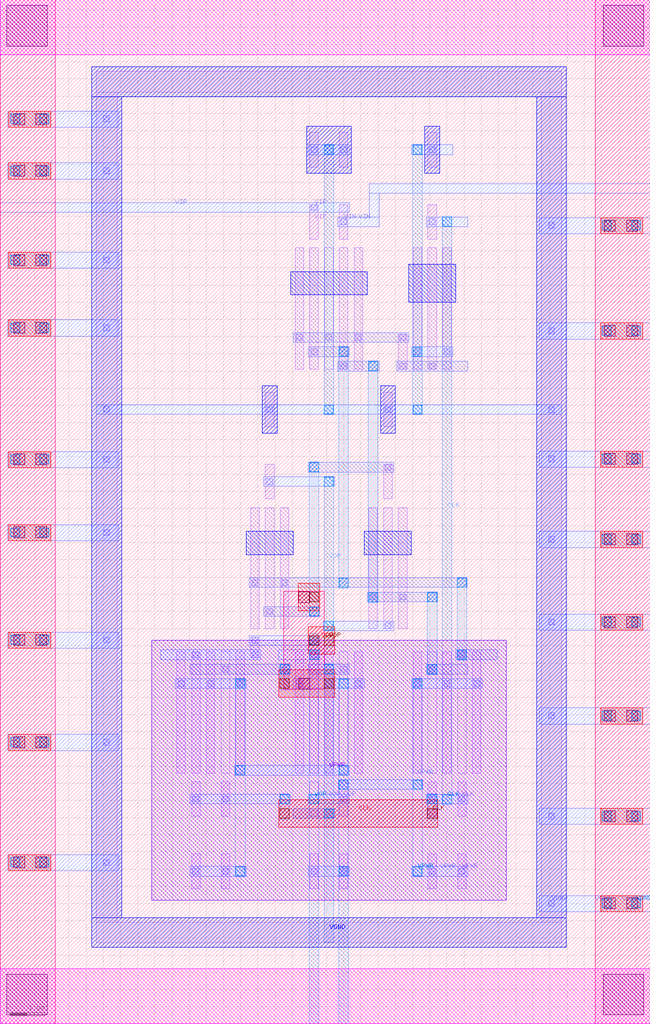
<source format=lef>
VERSION 5.7 ;
  NOWIREEXTENSIONATPIN ON ;
  DIVIDERCHAR "/" ;
  BUSBITCHARS "[]" ;
MACRO CCP_PMOS_58853955_X1_Y1_1653158392
  CLASS BLOCK ;
  FOREIGN CCP_PMOS_58853955_X1_Y1_1653158392 ;
  ORIGIN 0.000 0.000 ;
  SIZE 3.440 BY 11.160 ;
  OBS
      LAYER nwell ;
        RECT 0.000 0.000 3.440 7.560 ;
      LAYER li1 ;
        RECT 1.165 6.215 1.415 7.225 ;
        RECT 2.025 6.215 2.275 7.225 ;
        RECT 1.165 4.115 1.415 5.125 ;
        RECT 2.025 4.115 2.275 5.125 ;
        RECT 0.735 0.335 0.985 3.865 ;
        RECT 1.165 0.335 1.415 3.865 ;
        RECT 1.595 0.335 1.845 3.865 ;
        RECT 2.025 0.335 2.275 3.865 ;
        RECT 2.455 0.335 2.705 3.865 ;
      LAYER mcon ;
        RECT 1.205 6.635 1.375 6.805 ;
        RECT 2.065 6.635 2.235 6.805 ;
        RECT 1.205 4.955 1.375 5.125 ;
        RECT 2.065 4.535 2.235 4.705 ;
        RECT 0.775 1.175 0.945 1.345 ;
        RECT 1.205 0.335 1.375 0.505 ;
        RECT 1.635 1.175 1.805 1.345 ;
        RECT 2.065 0.755 2.235 0.925 ;
        RECT 2.495 1.175 2.665 1.345 ;
      LAYER met1 ;
        RECT 1.120 6.580 2.320 6.860 ;
        RECT 0.690 4.900 1.890 5.180 ;
        RECT 1.120 4.480 2.320 4.760 ;
        RECT 0.690 1.120 2.750 1.400 ;
        RECT 1.120 0.700 2.320 0.980 ;
        RECT 0.260 0.280 1.460 0.560 ;
      LAYER via ;
        RECT 2.020 6.590 2.280 6.850 ;
        RECT 1.590 4.910 1.850 5.170 ;
        RECT 1.160 4.490 1.420 4.750 ;
        RECT 2.020 1.130 2.280 1.390 ;
        RECT 1.590 0.710 1.850 0.970 ;
        RECT 1.160 0.290 1.420 0.550 ;
      LAYER met2 ;
        RECT 1.150 0.260 1.430 11.160 ;
        RECT 1.580 0.680 1.860 8.795 ;
        RECT 2.010 1.100 2.290 11.160 ;
  END
END CCP_PMOS_58853955_X1_Y1_1653158392
MACRO CMC_PMOS_23131506_X1_Y1_1653158394
  CLASS BLOCK ;
  FOREIGN CMC_PMOS_23131506_X1_Y1_1653158394 ;
  ORIGIN 0.000 0.000 ;
  SIZE 3.440 BY 7.560 ;
  OBS
      LAYER nwell ;
        RECT 0.000 0.000 3.440 7.560 ;
      LAYER li1 ;
        RECT 1.165 6.215 1.415 7.225 ;
        RECT 2.025 6.215 2.275 7.225 ;
        RECT 1.165 4.115 1.415 5.125 ;
        RECT 2.025 4.115 2.275 5.125 ;
        RECT 0.735 0.335 0.985 3.865 ;
        RECT 1.165 0.335 1.415 3.865 ;
        RECT 1.595 0.335 1.845 3.865 ;
        RECT 2.025 0.335 2.275 3.865 ;
        RECT 2.455 0.335 2.705 3.865 ;
      LAYER mcon ;
        RECT 1.205 6.635 1.375 6.805 ;
        RECT 2.065 6.635 2.235 6.805 ;
        RECT 1.205 4.535 1.375 4.705 ;
        RECT 2.065 4.535 2.235 4.705 ;
        RECT 0.775 1.175 0.945 1.345 ;
        RECT 1.205 0.335 1.375 0.505 ;
        RECT 1.635 1.175 1.805 1.345 ;
        RECT 2.065 0.755 2.235 0.925 ;
        RECT 2.495 1.175 2.665 1.345 ;
      LAYER met1 ;
        RECT 1.120 6.580 2.750 6.860 ;
        RECT 1.120 4.480 2.320 4.760 ;
        RECT 0.690 1.120 2.750 1.400 ;
        RECT 1.120 0.700 2.320 0.980 ;
        RECT 0.260 0.280 1.460 0.560 ;
      LAYER via ;
        RECT 2.450 6.590 2.710 6.850 ;
        RECT 2.450 1.130 2.710 1.390 ;
      LAYER met2 ;
        RECT 2.440 1.100 2.720 6.880 ;
  END
END CMC_PMOS_23131506_X1_Y1_1653158394
MACRO CCP_S_NMOS_B_5782581_X1_Y1_1653158393
  CLASS BLOCK ;
  FOREIGN CCP_S_NMOS_B_5782581_X1_Y1_1653158393 ;
  ORIGIN -0.605 -0.260 ;
  SIZE 9.170 BY 7.150 ;
  OBS
      LAYER pwell ;
        RECT 1.075 6.030 1.505 7.410 ;
        RECT 4.515 6.030 4.945 7.410 ;
        RECT 0.605 2.495 1.975 3.175 ;
        RECT 4.045 2.495 5.415 3.175 ;
      LAYER li1 ;
        RECT 1.165 6.215 1.415 7.225 ;
        RECT 4.605 6.215 4.855 7.225 ;
        RECT 1.165 4.115 1.415 5.125 ;
        RECT 4.605 4.115 4.855 5.125 ;
        RECT 0.735 0.335 0.985 3.865 ;
        RECT 1.165 0.335 1.415 3.865 ;
        RECT 1.595 0.335 1.845 3.865 ;
        RECT 4.175 0.335 4.425 3.865 ;
        RECT 4.605 0.335 4.855 3.865 ;
        RECT 5.035 0.335 5.285 3.865 ;
      LAYER mcon ;
        RECT 1.205 6.635 1.375 6.805 ;
        RECT 4.645 6.635 4.815 6.805 ;
        RECT 1.205 4.955 1.375 5.125 ;
        RECT 4.645 4.535 4.815 4.705 ;
        RECT 0.775 1.175 0.945 1.345 ;
        RECT 1.205 0.335 1.375 0.505 ;
        RECT 1.635 1.175 1.805 1.345 ;
        RECT 4.215 1.595 4.385 1.765 ;
        RECT 4.645 0.755 4.815 0.925 ;
        RECT 5.075 1.595 5.245 1.765 ;
      LAYER met1 ;
        RECT 1.120 6.580 9.775 6.860 ;
        RECT 1.120 4.900 3.610 5.180 ;
        RECT 2.840 4.480 4.900 4.760 ;
        RECT 4.130 1.540 5.330 1.820 ;
        RECT 0.690 1.120 1.890 1.400 ;
        RECT 3.270 0.700 4.900 0.980 ;
        RECT 1.120 0.280 3.180 0.560 ;
      LAYER via ;
        RECT 3.310 4.910 3.570 5.170 ;
        RECT 2.880 4.490 3.140 4.750 ;
        RECT 3.310 0.710 3.570 0.970 ;
        RECT 2.880 0.290 3.140 0.550 ;
      LAYER met2 ;
        RECT 2.870 0.260 3.150 4.780 ;
        RECT 3.300 0.680 3.580 5.200 ;
  END
END CCP_S_NMOS_B_5782581_X1_Y1_1653158393
MACRO DP_NMOS_B_93310865_X1_Y1_1653158395
  CLASS BLOCK ;
  FOREIGN DP_NMOS_B_93310865_X1_Y1_1653158395 ;
  ORIGIN -0.260 -0.280 ;
  SIZE 2.575 BY 7.130 ;
  OBS
      LAYER pwell ;
        RECT 1.075 6.030 2.365 7.410 ;
        RECT 0.605 2.495 2.835 3.175 ;
      LAYER li1 ;
        RECT 1.165 6.215 1.415 7.225 ;
        RECT 2.025 6.215 2.275 7.225 ;
        RECT 1.165 4.115 1.415 5.125 ;
        RECT 2.025 4.115 2.275 5.125 ;
        RECT 0.735 0.335 0.985 3.865 ;
        RECT 1.165 0.335 1.415 3.865 ;
        RECT 1.595 0.335 1.845 3.865 ;
        RECT 2.025 0.335 2.275 3.865 ;
        RECT 2.455 0.335 2.705 3.865 ;
      LAYER mcon ;
        RECT 1.205 6.635 1.375 6.805 ;
        RECT 2.065 6.635 2.235 6.805 ;
        RECT 1.205 4.535 1.375 4.705 ;
        RECT 2.065 4.955 2.235 5.125 ;
        RECT 0.775 1.175 0.945 1.345 ;
        RECT 1.205 0.335 1.375 0.505 ;
        RECT 1.635 1.175 1.805 1.345 ;
        RECT 2.065 0.755 2.235 0.925 ;
        RECT 2.495 1.175 2.665 1.345 ;
      LAYER met1 ;
        RECT 1.120 6.580 2.320 6.860 ;
        RECT 1.120 4.900 2.320 5.180 ;
        RECT 0.260 4.480 1.460 4.760 ;
        RECT 0.690 1.120 2.750 1.400 ;
        RECT 1.120 0.700 2.320 0.980 ;
        RECT 0.260 0.280 1.460 0.560 ;
  END
END DP_NMOS_B_93310865_X1_Y1_1653158395
MACRO NMOS_S_93862694_X1_Y1_1653158396
  CLASS BLOCK ;
  FOREIGN NMOS_S_93862694_X1_Y1_1653158396 ;
  ORIGIN -0.260 -0.280 ;
  SIZE 1.715 BY 7.130 ;
  OBS
      LAYER pwell ;
        RECT 1.075 6.030 1.505 7.410 ;
        RECT 0.605 2.285 1.975 3.385 ;
      LAYER li1 ;
        RECT 1.165 6.215 1.415 7.225 ;
        RECT 1.165 4.115 1.415 5.125 ;
        RECT 0.735 0.335 0.985 3.865 ;
        RECT 1.165 0.335 1.415 3.865 ;
        RECT 1.595 0.335 1.845 3.865 ;
      LAYER mcon ;
        RECT 1.205 6.635 1.375 6.805 ;
        RECT 1.205 4.535 1.375 4.705 ;
        RECT 0.775 0.755 0.945 0.925 ;
        RECT 1.205 0.335 1.375 0.505 ;
        RECT 1.635 0.755 1.805 0.925 ;
      LAYER met1 ;
        RECT 0.690 6.580 1.890 6.860 ;
        RECT 0.260 4.480 1.460 4.760 ;
        RECT 0.690 0.700 1.890 0.980 ;
        RECT 0.260 0.280 1.460 0.560 ;
      LAYER via ;
        RECT 1.590 6.590 1.850 6.850 ;
        RECT 1.590 0.710 1.850 0.970 ;
      LAYER met2 ;
        RECT 1.580 0.680 1.860 6.880 ;
  END
END NMOS_S_93862694_X1_Y1_1653158396
MACRO DCDC_COMP
  CLASS BLOCK ;
  FOREIGN DCDC_COMP ;
  ORIGIN 0.000 0.000 ;
  SIZE 18.915 BY 29.800 ;
  PIN VPWR
    USE POWER ;
    PORT
      LAYER nwell ;
        RECT 4.405 3.600 14.725 11.160 ;
      LAYER li1 ;
        RECT 5.140 7.295 5.390 10.825 ;
        RECT 6.000 7.295 6.250 10.825 ;
        RECT 6.860 7.295 7.110 10.825 ;
        RECT 8.580 7.295 8.830 10.825 ;
        RECT 9.440 7.295 9.690 10.825 ;
        RECT 10.300 7.295 10.550 10.825 ;
        RECT 12.020 7.295 12.270 10.825 ;
        RECT 12.880 7.295 13.130 10.825 ;
        RECT 13.740 7.295 13.990 10.825 ;
        RECT 5.570 3.935 5.820 4.945 ;
        RECT 6.430 3.935 6.680 4.945 ;
        RECT 9.010 3.935 9.260 4.945 ;
        RECT 9.870 3.935 10.120 4.945 ;
        RECT 12.450 3.935 12.700 4.945 ;
        RECT 13.310 3.935 13.560 4.945 ;
      LAYER mcon ;
        RECT 5.180 9.815 5.350 9.985 ;
        RECT 6.040 9.815 6.210 9.985 ;
        RECT 6.900 9.815 7.070 9.985 ;
        RECT 8.620 9.815 8.790 9.985 ;
        RECT 9.480 9.815 9.650 9.985 ;
        RECT 10.340 9.815 10.510 9.985 ;
        RECT 12.060 9.815 12.230 9.985 ;
        RECT 12.920 9.815 13.090 9.985 ;
        RECT 13.780 9.815 13.950 9.985 ;
        RECT 5.610 4.355 5.780 4.525 ;
        RECT 6.470 4.355 6.640 4.525 ;
        RECT 9.050 4.355 9.220 4.525 ;
        RECT 9.910 4.355 10.080 4.525 ;
        RECT 12.490 4.355 12.660 4.525 ;
        RECT 13.350 4.355 13.520 4.525 ;
      LAYER met1 ;
        RECT 5.095 9.760 7.155 10.040 ;
        RECT 8.535 9.760 10.595 10.040 ;
        RECT 11.975 9.760 14.035 10.040 ;
        RECT 6.825 7.240 10.155 7.520 ;
        RECT 9.835 6.820 12.305 7.100 ;
        RECT 5.525 4.300 7.155 4.580 ;
        RECT 8.965 4.300 10.165 4.580 ;
        RECT 11.975 4.300 13.605 4.580 ;
      LAYER via ;
        RECT 6.855 9.770 7.115 10.030 ;
        RECT 9.865 9.770 10.125 10.030 ;
        RECT 12.015 9.770 12.275 10.030 ;
        RECT 6.855 7.250 7.115 7.510 ;
        RECT 9.865 7.250 10.125 7.510 ;
        RECT 9.865 6.830 10.125 7.090 ;
        RECT 12.015 6.830 12.275 7.090 ;
        RECT 6.855 4.310 7.115 4.570 ;
        RECT 9.865 4.310 10.125 4.570 ;
        RECT 12.015 4.310 12.275 4.570 ;
      LAYER met2 ;
        RECT 6.845 4.280 7.125 10.060 ;
        RECT 9.855 0.000 10.135 10.060 ;
        RECT 12.005 4.280 12.285 10.060 ;
    END
  END VPWR
  PIN VOP
    ANTENNAGATEAREA 0.252000 ;
    ANTENNADIFFAREA 0.352800 ;
    PORT
      LAYER li1 ;
        RECT 7.720 15.275 7.970 16.285 ;
        RECT 11.160 11.495 11.410 15.025 ;
        RECT 5.570 7.295 5.820 10.825 ;
        RECT 7.290 10.655 7.540 11.245 ;
        RECT 9.010 7.295 9.260 10.825 ;
        RECT 9.870 6.035 10.120 7.045 ;
      LAYER mcon ;
        RECT 7.760 15.695 7.930 15.865 ;
        RECT 11.200 11.495 11.370 11.665 ;
        RECT 7.330 11.075 7.500 11.245 ;
        RECT 5.610 10.655 5.780 10.825 ;
        RECT 7.330 10.655 7.500 10.825 ;
        RECT 9.050 10.655 9.220 10.825 ;
        RECT 9.910 6.455 10.080 6.625 ;
      LAYER met1 ;
        RECT 7.675 15.640 9.735 15.920 ;
        RECT 9.395 11.440 11.455 11.720 ;
        RECT 7.245 11.020 9.295 11.300 ;
        RECT 4.665 10.600 7.585 10.880 ;
        RECT 8.105 10.600 9.305 10.880 ;
        RECT 8.965 6.400 10.165 6.680 ;
      LAYER via ;
        RECT 9.435 15.650 9.695 15.910 ;
        RECT 9.435 11.450 9.695 11.710 ;
        RECT 9.005 11.030 9.265 11.290 ;
        RECT 9.005 10.610 9.265 10.870 ;
        RECT 9.005 6.410 9.265 6.670 ;
      LAYER met2 ;
        RECT 8.995 0.000 9.275 11.345 ;
        RECT 9.425 10.975 9.705 15.940 ;
      LAYER via2 ;
        RECT 8.995 11.020 9.275 11.300 ;
        RECT 9.425 11.020 9.705 11.300 ;
      LAYER met3 ;
        RECT 8.970 10.760 9.730 11.560 ;
    END
  END VOP
  PIN VIN
    ANTENNAGATEAREA 0.126000 ;
    PORT
      LAYER li1 ;
        RECT 9.870 22.835 10.120 23.845 ;
      LAYER mcon ;
        RECT 9.910 23.255 10.080 23.425 ;
      LAYER met1 ;
        RECT 10.745 24.175 18.915 24.455 ;
        RECT 10.745 23.480 11.025 24.175 ;
        RECT 9.825 23.200 11.025 23.480 ;
    END
  END VIN
  PIN VIP
    ANTENNAGATEAREA 0.126000 ;
    PORT
      LAYER li1 ;
        RECT 9.010 22.835 9.260 23.845 ;
      LAYER mcon ;
        RECT 9.050 23.675 9.220 23.845 ;
      LAYER met1 ;
        RECT 0.000 23.620 10.165 23.900 ;
    END
  END VIP
  PIN VGND
    USE GROUND ;
    PORT
      LAYER pwell ;
        RECT 2.670 26.990 16.470 27.850 ;
        RECT 2.670 3.090 3.530 26.990 ;
        RECT 8.920 24.750 10.210 26.130 ;
        RECT 12.360 24.750 12.790 26.130 ;
        RECT 7.630 17.190 8.060 18.570 ;
        RECT 11.070 17.190 11.500 18.570 ;
        RECT 15.610 3.090 16.470 26.990 ;
        RECT 2.670 2.230 16.470 3.090 ;
      LAYER li1 ;
        RECT 2.800 27.120 16.340 27.720 ;
        RECT 2.800 2.960 3.400 27.120 ;
        RECT 9.010 24.935 9.260 25.945 ;
        RECT 9.870 24.935 10.120 25.945 ;
        RECT 12.450 24.935 12.700 25.945 ;
        RECT 12.020 19.055 12.270 22.585 ;
        RECT 12.880 19.055 13.130 22.585 ;
        RECT 7.720 17.375 7.970 18.385 ;
        RECT 11.160 17.375 11.410 18.385 ;
        RECT 15.740 2.960 16.340 27.120 ;
        RECT 2.800 2.360 16.340 2.960 ;
      LAYER mcon ;
        RECT 3.010 26.255 3.180 26.425 ;
        RECT 9.050 25.355 9.220 25.525 ;
        RECT 9.910 25.355 10.080 25.525 ;
        RECT 12.490 25.355 12.660 25.525 ;
        RECT 3.010 24.745 3.180 24.915 ;
        RECT 15.960 23.155 16.130 23.325 ;
        RECT 3.010 22.145 3.180 22.315 ;
        RECT 3.010 20.175 3.180 20.345 ;
        RECT 12.060 19.475 12.230 19.645 ;
        RECT 12.920 19.475 13.090 19.645 ;
        RECT 15.960 20.090 16.130 20.260 ;
        RECT 3.010 17.800 3.180 17.970 ;
        RECT 7.760 17.795 7.930 17.965 ;
        RECT 11.200 17.795 11.370 17.965 ;
        RECT 15.960 17.785 16.130 17.955 ;
        RECT 3.010 16.340 3.180 16.510 ;
        RECT 3.010 14.215 3.180 14.385 ;
        RECT 3.010 11.085 3.180 11.255 ;
        RECT 3.010 8.110 3.180 8.280 ;
        RECT 3.010 4.610 3.180 4.780 ;
        RECT 15.960 16.360 16.130 16.530 ;
        RECT 15.960 14.020 16.130 14.190 ;
        RECT 15.960 11.610 16.130 11.780 ;
        RECT 15.960 8.885 16.130 9.055 ;
        RECT 15.960 5.955 16.130 6.125 ;
        RECT 15.960 3.420 16.130 3.590 ;
      LAYER met1 ;
        RECT 0.220 26.095 3.455 26.565 ;
        RECT 8.965 25.300 10.165 25.580 ;
        RECT 11.975 25.300 13.175 25.580 ;
        RECT 0.220 24.585 3.455 25.055 ;
        RECT 15.685 22.995 18.920 23.465 ;
        RECT 0.220 21.990 3.455 22.460 ;
        RECT 0.220 20.015 3.455 20.485 ;
        RECT 15.685 19.930 18.920 20.400 ;
        RECT 11.975 19.420 13.175 19.700 ;
        RECT 2.800 17.740 16.340 18.020 ;
        RECT 0.220 16.180 3.455 16.650 ;
        RECT 15.685 16.200 18.920 16.670 ;
        RECT 0.220 14.055 3.455 14.525 ;
        RECT 15.685 13.860 18.920 14.330 ;
        RECT 15.685 11.450 18.920 11.920 ;
        RECT 0.220 10.930 3.455 11.400 ;
        RECT 15.685 8.725 18.920 9.195 ;
        RECT 0.220 7.950 3.455 8.420 ;
        RECT 15.685 5.800 18.920 6.270 ;
        RECT 0.220 4.455 3.455 4.925 ;
        RECT 15.685 3.260 18.920 3.730 ;
      LAYER via ;
        RECT 0.310 26.210 0.570 26.470 ;
        RECT 1.155 26.210 1.415 26.470 ;
        RECT 9.435 25.310 9.695 25.570 ;
        RECT 12.015 25.310 12.275 25.570 ;
        RECT 0.310 24.700 0.570 24.960 ;
        RECT 1.155 24.700 1.415 24.960 ;
        RECT 17.530 23.110 17.790 23.370 ;
        RECT 18.375 23.110 18.635 23.370 ;
        RECT 0.310 22.105 0.570 22.365 ;
        RECT 1.155 22.105 1.415 22.365 ;
        RECT 0.310 20.130 0.570 20.390 ;
        RECT 1.155 20.130 1.415 20.390 ;
        RECT 17.530 20.045 17.790 20.305 ;
        RECT 18.375 20.045 18.635 20.305 ;
        RECT 12.015 19.430 12.275 19.690 ;
        RECT 9.435 17.750 9.695 18.010 ;
        RECT 12.015 17.750 12.275 18.010 ;
        RECT 0.310 16.295 0.570 16.555 ;
        RECT 1.155 16.295 1.415 16.555 ;
        RECT 17.530 16.315 17.790 16.575 ;
        RECT 18.375 16.315 18.635 16.575 ;
        RECT 0.310 14.170 0.570 14.430 ;
        RECT 1.155 14.170 1.415 14.430 ;
        RECT 17.530 13.975 17.790 14.235 ;
        RECT 18.375 13.975 18.635 14.235 ;
        RECT 17.530 11.565 17.790 11.825 ;
        RECT 18.375 11.565 18.635 11.825 ;
        RECT 0.310 11.045 0.570 11.305 ;
        RECT 1.155 11.045 1.415 11.305 ;
        RECT 17.530 8.840 17.790 9.100 ;
        RECT 18.375 8.840 18.635 9.100 ;
        RECT 0.310 8.065 0.570 8.325 ;
        RECT 1.155 8.065 1.415 8.325 ;
        RECT 17.530 5.915 17.790 6.175 ;
        RECT 18.375 5.915 18.635 6.175 ;
        RECT 0.310 4.570 0.570 4.830 ;
        RECT 1.155 4.570 1.415 4.830 ;
        RECT 17.530 3.375 17.790 3.635 ;
        RECT 18.375 3.375 18.635 3.635 ;
      LAYER met2 ;
        RECT 0.245 26.095 1.465 26.565 ;
        RECT 0.245 24.585 1.465 25.055 ;
        RECT 0.245 21.990 1.465 22.460 ;
        RECT 0.245 20.015 1.465 20.485 ;
        RECT 9.425 17.720 9.705 25.600 ;
        RECT 12.005 17.720 12.285 25.600 ;
        RECT 17.480 22.995 18.700 23.465 ;
        RECT 17.480 19.930 18.700 20.400 ;
        RECT 0.245 16.180 1.465 16.650 ;
        RECT 17.480 16.200 18.700 16.670 ;
        RECT 0.245 14.055 1.465 14.525 ;
        RECT 17.480 13.860 18.700 14.330 ;
        RECT 17.480 11.450 18.700 11.920 ;
        RECT 0.245 10.930 1.465 11.400 ;
        RECT 17.480 8.725 18.700 9.195 ;
        RECT 0.245 7.950 1.465 8.420 ;
        RECT 17.480 5.800 18.700 6.270 ;
        RECT 0.245 4.455 1.465 4.925 ;
        RECT 17.480 3.260 18.700 3.730 ;
    END
  END VGND
  PIN CLK
    ANTENNAGATEAREA 0.756000 ;
    PORT
      LAYER li1 ;
        RECT 12.450 22.835 12.700 23.845 ;
        RECT 5.570 6.035 5.820 7.045 ;
        RECT 6.430 6.035 6.680 7.045 ;
        RECT 12.450 6.035 12.700 7.045 ;
        RECT 13.310 6.035 13.560 7.045 ;
      LAYER mcon ;
        RECT 12.490 23.255 12.660 23.425 ;
        RECT 5.610 6.455 5.780 6.625 ;
        RECT 6.470 6.455 6.640 6.625 ;
        RECT 12.490 6.455 12.660 6.625 ;
        RECT 13.350 6.455 13.520 6.625 ;
      LAYER met1 ;
        RECT 12.405 23.200 13.605 23.480 ;
        RECT 5.525 6.400 8.435 6.680 ;
        RECT 12.405 6.400 13.605 6.680 ;
      LAYER via ;
        RECT 12.875 23.210 13.135 23.470 ;
        RECT 8.145 6.410 8.405 6.670 ;
        RECT 12.445 6.410 12.705 6.670 ;
        RECT 12.875 6.410 13.135 6.670 ;
      LAYER met2 ;
        RECT 8.135 5.935 8.415 6.700 ;
        RECT 12.435 5.935 12.715 6.700 ;
        RECT 12.865 6.380 13.145 23.500 ;
      LAYER via2 ;
        RECT 8.135 5.980 8.415 6.260 ;
        RECT 12.435 5.980 12.715 6.260 ;
      LAYER met3 ;
        RECT 8.110 5.720 12.740 6.520 ;
    END
  END CLK
  OBS
      LAYER pwell ;
        RECT 8.450 21.215 10.680 21.895 ;
        RECT 11.890 21.005 13.260 22.105 ;
        RECT 7.160 13.655 8.530 14.335 ;
        RECT 10.600 13.655 11.970 14.335 ;
      LAYER li1 ;
        RECT 8.580 19.055 8.830 22.585 ;
        RECT 9.010 19.055 9.260 22.585 ;
        RECT 9.440 19.055 9.690 22.585 ;
        RECT 9.870 19.055 10.120 22.585 ;
        RECT 10.300 19.055 10.550 22.585 ;
        RECT 11.590 19.055 11.840 20.065 ;
        RECT 12.450 19.055 12.700 22.585 ;
        RECT 11.160 15.275 11.410 16.285 ;
        RECT 7.290 11.495 7.540 15.025 ;
        RECT 7.720 11.495 7.970 15.025 ;
        RECT 8.150 11.495 8.400 15.025 ;
        RECT 10.730 11.495 10.980 15.025 ;
        RECT 11.590 11.495 11.840 15.025 ;
        RECT 6.430 7.295 6.680 10.825 ;
        RECT 9.870 7.295 10.120 10.825 ;
        RECT 12.450 7.295 12.700 10.825 ;
        RECT 13.310 7.295 13.560 10.825 ;
        RECT 9.010 6.035 9.260 7.045 ;
      LAYER mcon ;
        RECT 8.620 19.895 8.790 20.065 ;
        RECT 9.050 19.475 9.220 19.645 ;
        RECT 9.480 19.895 9.650 20.065 ;
        RECT 9.910 19.055 10.080 19.225 ;
        RECT 10.340 19.895 10.510 20.065 ;
        RECT 11.630 19.895 11.800 20.065 ;
        RECT 11.630 19.055 11.800 19.225 ;
        RECT 12.490 19.055 12.660 19.225 ;
        RECT 11.200 16.115 11.370 16.285 ;
        RECT 7.330 12.755 7.500 12.925 ;
        RECT 7.760 11.915 7.930 12.085 ;
        RECT 8.190 12.755 8.360 12.925 ;
        RECT 10.770 12.335 10.940 12.505 ;
        RECT 11.630 12.335 11.800 12.505 ;
        RECT 6.470 10.235 6.640 10.405 ;
        RECT 9.910 10.235 10.080 10.405 ;
        RECT 12.490 10.235 12.660 10.405 ;
        RECT 13.350 10.655 13.520 10.825 ;
        RECT 9.050 6.035 9.220 6.205 ;
      LAYER met1 ;
        RECT 8.535 19.840 11.885 20.120 ;
        RECT 8.965 19.420 10.165 19.700 ;
        RECT 9.825 19.000 11.025 19.280 ;
        RECT 11.545 19.000 13.605 19.280 ;
        RECT 8.965 16.060 11.455 16.340 ;
        RECT 7.245 12.700 13.595 12.980 ;
        RECT 10.685 12.280 12.735 12.560 ;
        RECT 7.675 11.860 9.305 12.140 ;
        RECT 13.265 10.600 14.465 10.880 ;
        RECT 5.525 10.180 8.435 10.460 ;
        RECT 8.965 10.180 10.165 10.460 ;
        RECT 12.405 10.180 13.605 10.460 ;
        RECT 8.535 5.980 9.735 6.260 ;
      LAYER via ;
        RECT 9.865 19.430 10.125 19.690 ;
        RECT 10.725 19.010 10.985 19.270 ;
        RECT 9.005 16.070 9.265 16.330 ;
        RECT 9.865 12.710 10.125 12.970 ;
        RECT 13.305 12.710 13.565 12.970 ;
        RECT 10.725 12.290 10.985 12.550 ;
        RECT 12.445 12.290 12.705 12.550 ;
        RECT 9.005 11.870 9.265 12.130 ;
        RECT 13.305 10.610 13.565 10.870 ;
        RECT 8.145 10.190 8.405 10.450 ;
        RECT 9.435 10.190 9.695 10.450 ;
        RECT 12.445 10.190 12.705 10.450 ;
        RECT 9.435 5.990 9.695 6.250 ;
      LAYER met2 ;
        RECT 8.995 11.840 9.275 16.360 ;
        RECT 9.855 12.680 10.135 19.720 ;
        RECT 10.715 12.260 10.995 19.300 ;
        RECT 8.135 9.715 8.415 10.480 ;
        RECT 9.425 2.365 9.705 10.480 ;
        RECT 12.435 10.160 12.715 12.580 ;
        RECT 13.295 10.580 13.575 13.000 ;
      LAYER via2 ;
        RECT 8.995 12.280 9.275 12.560 ;
        RECT 8.135 9.760 8.415 10.040 ;
        RECT 9.425 9.760 9.705 10.040 ;
      LAYER met3 ;
        RECT 0.245 26.095 1.465 26.565 ;
        RECT 0.245 24.585 1.465 25.055 ;
        RECT 17.480 22.995 18.700 23.465 ;
        RECT 0.245 21.990 1.465 22.460 ;
        RECT 0.245 20.015 1.465 20.485 ;
        RECT 17.480 19.930 18.700 20.400 ;
        RECT 0.245 16.180 1.465 16.650 ;
        RECT 17.480 16.200 18.700 16.670 ;
        RECT 0.245 14.055 1.465 14.525 ;
        RECT 17.480 13.860 18.700 14.330 ;
        RECT 8.680 12.020 9.300 12.820 ;
        RECT 17.480 11.450 18.700 11.920 ;
        RECT 0.245 10.930 1.465 11.400 ;
        RECT 8.110 9.500 9.730 10.300 ;
        RECT 17.480 8.725 18.700 9.195 ;
        RECT 0.245 7.950 1.465 8.420 ;
        RECT 17.480 5.800 18.700 6.270 ;
        RECT 0.245 4.455 1.465 4.925 ;
        RECT 17.480 3.260 18.700 3.730 ;
      LAYER via3 ;
        RECT 0.395 26.175 0.715 26.495 ;
        RECT 1.040 26.175 1.360 26.495 ;
        RECT 0.395 24.670 0.715 24.990 ;
        RECT 1.040 24.670 1.360 24.990 ;
        RECT 17.585 23.075 17.905 23.395 ;
        RECT 18.230 23.075 18.550 23.395 ;
        RECT 0.395 22.070 0.715 22.390 ;
        RECT 1.040 22.070 1.360 22.390 ;
        RECT 0.395 20.100 0.715 20.420 ;
        RECT 1.040 20.100 1.360 20.420 ;
        RECT 17.585 20.010 17.905 20.330 ;
        RECT 18.230 20.010 18.550 20.330 ;
        RECT 0.395 16.265 0.715 16.585 ;
        RECT 1.040 16.265 1.360 16.585 ;
        RECT 17.585 16.280 17.905 16.600 ;
        RECT 18.230 16.280 18.550 16.600 ;
        RECT 0.395 14.140 0.715 14.460 ;
        RECT 1.040 14.140 1.360 14.460 ;
        RECT 17.585 13.940 17.905 14.260 ;
        RECT 18.230 13.940 18.550 14.260 ;
        RECT 8.685 12.260 9.005 12.580 ;
        RECT 17.585 11.530 17.905 11.850 ;
        RECT 18.230 11.530 18.550 11.850 ;
        RECT 0.395 11.010 0.715 11.330 ;
        RECT 1.040 11.010 1.360 11.330 ;
        RECT 8.685 9.740 9.005 10.060 ;
        RECT 17.585 8.805 17.905 9.125 ;
        RECT 18.230 8.805 18.550 9.125 ;
        RECT 0.395 8.035 0.715 8.355 ;
        RECT 1.040 8.035 1.360 8.355 ;
        RECT 17.585 5.880 17.905 6.200 ;
        RECT 18.230 5.880 18.550 6.200 ;
        RECT 0.395 4.535 0.715 4.855 ;
        RECT 1.040 4.535 1.360 4.855 ;
        RECT 17.585 3.345 17.905 3.665 ;
        RECT 18.230 3.345 18.550 3.665 ;
      LAYER met4 ;
        RECT 0.000 0.000 1.600 29.800 ;
        RECT 8.255 9.735 9.435 12.585 ;
        RECT 17.315 0.000 18.915 29.800 ;
      LAYER via4 ;
        RECT 0.185 28.460 1.365 29.640 ;
        RECT 17.550 28.460 18.730 29.640 ;
        RECT 0.185 0.260 1.365 1.440 ;
        RECT 17.550 0.260 18.730 1.440 ;
      LAYER met5 ;
        RECT 0.000 28.200 18.915 29.800 ;
        RECT 0.000 0.000 18.915 1.600 ;
  END
END DCDC_COMP
END LIBRARY

</source>
